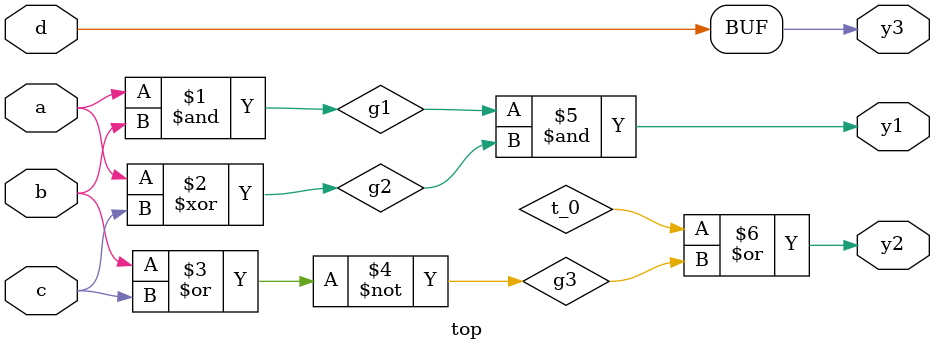
<source format=v>
module top ( y1 , y2 , y3 , a , b , c , d );
input a , b , c , d ;
output y1 , y2 , y3 ;
wire g1 , g2 , g3 ;
wire t_0 ;

and ( g1 , a , b );
xor ( g2 , a , c );
nor ( g3 , b , c );
and ( y1 , g1 , g2 );
or ( y2 , t_0 , g3 );
buf ( y3, d );

endmodule

</source>
